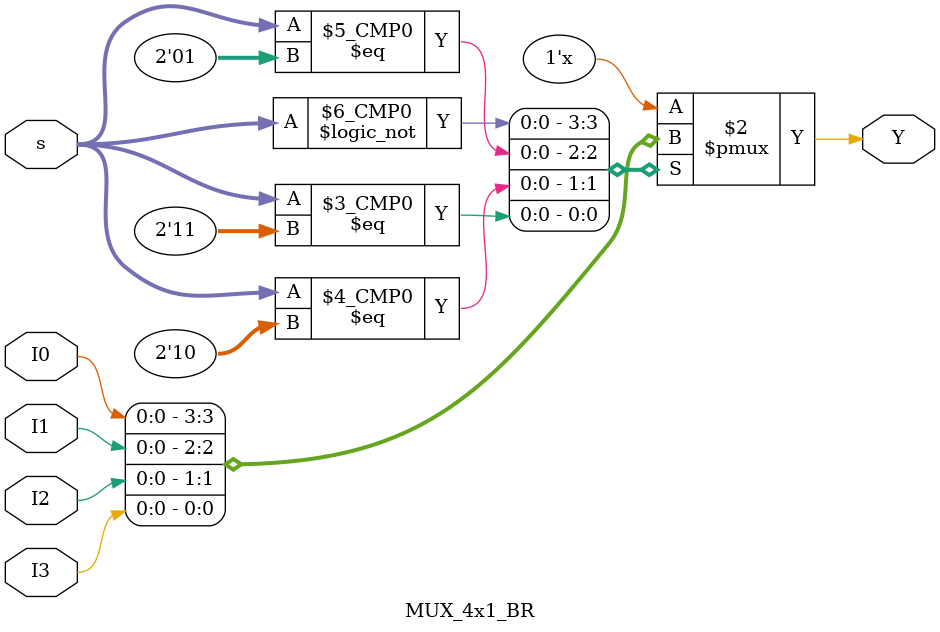
<source format=sv>
module BRANCH_COMPARE_UNIT
(
	input [2:0]Br_Ctrl,
	input [31:0] SrcA, SrcB,
	output BrOut
);

/*

			|-----------------------------|-----|-----|-----|
			|				BRANCH				|	s2	|	s1	|	s0	|
			|-----------------------------|-----|-----|-----|
			|EQUAL 							=	|	0	|	0	|	0	|
			|-----------------------------|-----|-----|-----|
			|NOT EQUAL						≠	|	0	|	0	|	1	|
			|-----------------------------|-----|-----|-----|
			|LESS THAN						<	|	1	|	0	|	0	|
			|-----------------------------|-----|-----|-----|
			|GREATER or EQUAL				≥	|	1	|	0	|	1	|
			|-----------------------------|-----|-----|-----|
			|LESS THAN UNSIGNED			<	|	1	|	1	|	0	|
			|-----------------------------|-----|-----|-----|
			|GREATER or EQUAL UNSIGNED	≥	|	1	|	1	|	1	|
			|-----------------------------|-----|-----|-----|
			
*/
   logic EQ, NE, LT, GE;
	logic LT_U, GT_U; 
// Calculate condition
COMPARATOR_32bits	COMPARATOR	(SrcA, SrcB, EQ, LT_U, GT_U);

	logic zero;
	assign zero = 1'b0;
	
	logic sel, AxB, SG, SL;
	assign AxB = SrcA[31] ^ SrcB[31];		// A[31] xor B[31] if A==B = 0
														//							 A~=B = 1
	assign SG = (~SrcA[31] & SrcB[31]);		// (A positive, B negative) => A > B
	assign SL = (SrcA[31] & ~SrcB[31]);		// (A negative, B positive) => A < B										  
	
/*



																 AxB	0  
																_|____|_
																\ 0  1 /__Br_Ctrl[1] ( 0: Signed, 1: UnSigned )
																 \____/
																	|
																   |
								GT_U  SG		  LT_U  SL		|
								_|____|_			_|____|_		|
					Sel[0]___\ 0  1 /_______\ 0  1 /__ sel
								 \____/			 \____/
									 |				 	|
									GT					LT

*/

	
MUX_2x1	MUX_SEL1	(Br_Ctrl[1], AxB, zero, sel); 
MUX_2x1	MUX_LT1	(sel, LT_U, SL, LT);
MUX_2x1	MUX_GT1	(sel, GT_U, SG, GT);

	assign NE = ~EQ;
	assign GE = ~LT;

// Select which BRANCH condition
	logic [1:0]BrSel;
	assign BrSel = {Br_Ctrl[2], Br_Ctrl[0]};
	
MUX_4x1_BR	BRANCH_OUT ( BrSel, 	EQ, NE, LT, GE, BrOut);
											
endmodule


//----------------------------MUX 4x1-----------------------
module MUX_4x1_BR
(
	input [1:0]s,
	input I0, I1, I2, I3,
	output Y
);

    always @(*) begin
        case (s)
            2'b00: Y = I0;		// EQ
            2'b01: Y = I1;		// NE
				2'b10: Y = I2;		// LT
				2'b11: Y = I3;		// GE
            default: Y = 1'b0; 
        endcase
    end	
	 
endmodule 
</source>
